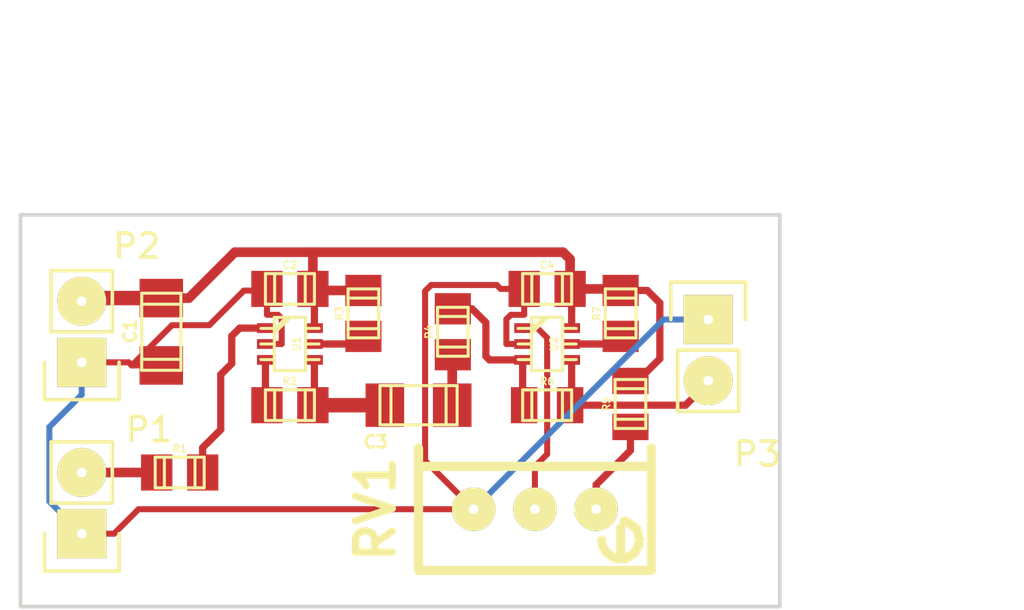
<source format=kicad_pcb>
(kicad_pcb (version 20171130) (host pcbnew "(5.1.12)-1")

  (general
    (thickness 1.6)
    (drawings 6)
    (tracks 114)
    (zones 0)
    (modules 17)
    (nets 14)
  )

  (page A4)
  (layers
    (0 F.Cu signal)
    (31 B.Cu signal)
    (32 B.Adhes user hide)
    (33 F.Adhes user hide)
    (34 B.Paste user)
    (35 F.Paste user hide)
    (36 B.SilkS user)
    (37 F.SilkS user)
    (38 B.Mask user)
    (39 F.Mask user)
    (40 Dwgs.User user)
    (41 Cmts.User user)
    (42 Eco1.User user)
    (43 Eco2.User user)
    (44 Edge.Cuts user)
    (45 Margin user)
    (46 B.CrtYd user)
    (47 F.CrtYd user)
    (48 B.Fab user)
    (49 F.Fab user)
  )

  (setup
    (last_trace_width 0.25)
    (user_trace_width 0.3)
    (user_trace_width 0.4)
    (user_trace_width 0.6)
    (user_trace_width 0.8)
    (user_trace_width 1)
    (trace_clearance 0.2)
    (zone_clearance 0.35)
    (zone_45_only yes)
    (trace_min 0.2)
    (via_size 0.6)
    (via_drill 0.4)
    (via_min_size 0.4)
    (via_min_drill 0.3)
    (user_via 0.8 0.3)
    (user_via 1 0.3)
    (user_via 1.2 0.3)
    (uvia_size 0.3)
    (uvia_drill 0.1)
    (uvias_allowed no)
    (uvia_min_size 0.2)
    (uvia_min_drill 0.1)
    (edge_width 0.15)
    (segment_width 0.2)
    (pcb_text_width 0.3)
    (pcb_text_size 1.5 1.5)
    (mod_edge_width 0.15)
    (mod_text_size 1 1)
    (mod_text_width 0.15)
    (pad_size 1.1 1.4986)
    (pad_drill 0)
    (pad_to_mask_clearance 0.2)
    (aux_axis_origin 0 0)
    (visible_elements 7FFFFFFF)
    (pcbplotparams
      (layerselection 0x00000_00000001)
      (usegerberextensions false)
      (usegerberattributes true)
      (usegerberadvancedattributes true)
      (creategerberjobfile true)
      (excludeedgelayer false)
      (linewidth 0.100000)
      (plotframeref false)
      (viasonmask false)
      (mode 1)
      (useauxorigin false)
      (hpglpennumber 1)
      (hpglpenspeed 20)
      (hpglpendiameter 15.000000)
      (psnegative false)
      (psa4output false)
      (plotreference false)
      (plotvalue false)
      (plotinvisibletext false)
      (padsonsilk false)
      (subtractmaskfromsilk false)
      (outputformat 2)
      (mirror false)
      (drillshape 2)
      (scaleselection 1)
      (outputdirectory ""))
  )

  (net 0 "")
  (net 1 +5V)
  (net 2 GND)
  (net 3 "Net-(C3-Pad1)")
  (net 4 "Net-(C3-Pad2)")
  (net 5 "Net-(P1-Pad2)")
  (net 6 "Net-(P3-Pad2)")
  (net 7 "Net-(R1-Pad1)")
  (net 8 "Net-(R2-Pad2)")
  (net 9 "Net-(R3-Pad2)")
  (net 10 "Net-(R4-Pad1)")
  (net 11 "Net-(R5-Pad2)")
  (net 12 "Net-(R7-Pad2)")
  (net 13 "Net-(RV1-Pad2)")

  (net_class Default "This is the default net class."
    (clearance 0.2)
    (trace_width 0.25)
    (via_dia 0.6)
    (via_drill 0.4)
    (uvia_dia 0.3)
    (uvia_drill 0.1)
    (add_net +5V)
    (add_net GND)
    (add_net "Net-(C3-Pad1)")
    (add_net "Net-(C3-Pad2)")
    (add_net "Net-(P1-Pad2)")
    (add_net "Net-(P3-Pad2)")
    (add_net "Net-(R1-Pad1)")
    (add_net "Net-(R2-Pad2)")
    (add_net "Net-(R3-Pad2)")
    (add_net "Net-(R4-Pad1)")
    (add_net "Net-(R5-Pad2)")
    (add_net "Net-(R7-Pad2)")
    (add_net "Net-(RV1-Pad2)")
  )

  (module w_smd_cap:c_1206 (layer F.Cu) (tedit 490473F0) (tstamp 572F5D0C)
    (at 127.762 79.0194 90)
    (descr "SMT capacitor, 1206")
    (path /572F494B)
    (fp_text reference C1 (at 0.0254 -1.2954 90) (layer F.SilkS)
      (effects (font (size 0.50038 0.50038) (thickness 0.11938)))
    )
    (fp_text value 1u (at 0 1.27 90) (layer F.SilkS) hide
      (effects (font (size 0.50038 0.50038) (thickness 0.11938)))
    )
    (fp_line (start 1.6002 -0.8128) (end -1.6002 -0.8128) (layer F.SilkS) (width 0.127))
    (fp_line (start 1.6002 0.8128) (end 1.6002 -0.8128) (layer F.SilkS) (width 0.127))
    (fp_line (start -1.6002 0.8128) (end 1.6002 0.8128) (layer F.SilkS) (width 0.127))
    (fp_line (start -1.6002 -0.8128) (end -1.6002 0.8128) (layer F.SilkS) (width 0.127))
    (fp_line (start -1.143 -0.8128) (end -1.143 0.8128) (layer F.SilkS) (width 0.127))
    (fp_line (start 1.143 0.8128) (end 1.143 -0.8128) (layer F.SilkS) (width 0.127))
    (pad 1 smd rect (at 1.397 0 90) (size 1.6002 1.8034) (layers F.Cu F.Paste F.Mask)
      (net 1 +5V))
    (pad 2 smd rect (at -1.397 0 90) (size 1.6002 1.8034) (layers F.Cu F.Paste F.Mask)
      (net 2 GND))
    (model walter\smd_cap\c_1206.wrl
      (at (xyz 0 0 0))
      (scale (xyz 1 1 1))
      (rotate (xyz 0 0 0))
    )
  )

  (module w_smd_cap:c_0805 (layer F.Cu) (tedit 49047394) (tstamp 572F5D12)
    (at 133.096 77.2414)
    (descr "SMT capacitor, 0805")
    (path /572F4C5E)
    (fp_text reference C2 (at 0 -0.9906) (layer F.SilkS)
      (effects (font (size 0.29972 0.29972) (thickness 0.06096)))
    )
    (fp_text value 100n (at 0 0.9906) (layer F.SilkS) hide
      (effects (font (size 0.29972 0.29972) (thickness 0.06096)))
    )
    (fp_line (start -1.016 0.635) (end -1.016 -0.635) (layer F.SilkS) (width 0.127))
    (fp_line (start 1.016 0.635) (end -1.016 0.635) (layer F.SilkS) (width 0.127))
    (fp_line (start 1.016 -0.635) (end 1.016 0.635) (layer F.SilkS) (width 0.127))
    (fp_line (start -1.016 -0.635) (end 1.016 -0.635) (layer F.SilkS) (width 0.127))
    (fp_line (start -0.635 -0.635) (end -0.635 0.6096) (layer F.SilkS) (width 0.127))
    (fp_line (start 0.635 -0.635) (end 0.635 0.635) (layer F.SilkS) (width 0.127))
    (pad 1 smd rect (at 0.9525 0) (size 1.30048 1.4986) (layers F.Cu F.Paste F.Mask)
      (net 1 +5V))
    (pad 2 smd rect (at -0.9525 0) (size 1.30048 1.4986) (layers F.Cu F.Paste F.Mask)
      (net 2 GND))
    (model walter\smd_cap\c_0805.wrl
      (at (xyz 0 0 0))
      (scale (xyz 1 1 1))
      (rotate (xyz 0 0 0))
    )
  )

  (module w_smd_cap:c_1206 (layer F.Cu) (tedit 572F6447) (tstamp 572F5D18)
    (at 138.43 82.0674 180)
    (descr "SMT capacitor, 1206")
    (path /572F4EB2)
    (fp_text reference C3 (at 1.778 -1.524 180) (layer F.SilkS)
      (effects (font (size 0.50038 0.50038) (thickness 0.11938)))
    )
    (fp_text value >1u (at 0 1.27 180) (layer F.SilkS) hide
      (effects (font (size 0.50038 0.50038) (thickness 0.11938)))
    )
    (fp_line (start 1.6002 -0.8128) (end -1.6002 -0.8128) (layer F.SilkS) (width 0.127))
    (fp_line (start 1.6002 0.8128) (end 1.6002 -0.8128) (layer F.SilkS) (width 0.127))
    (fp_line (start -1.6002 0.8128) (end 1.6002 0.8128) (layer F.SilkS) (width 0.127))
    (fp_line (start -1.6002 -0.8128) (end -1.6002 0.8128) (layer F.SilkS) (width 0.127))
    (fp_line (start -1.143 -0.8128) (end -1.143 0.8128) (layer F.SilkS) (width 0.127))
    (fp_line (start 1.143 0.8128) (end 1.143 -0.8128) (layer F.SilkS) (width 0.127))
    (pad 1 smd rect (at 1.397 0 180) (size 1.6002 1.8034) (layers F.Cu F.Paste F.Mask)
      (net 3 "Net-(C3-Pad1)"))
    (pad 2 smd rect (at -1.397 0 180) (size 1.6002 1.8034) (layers F.Cu F.Paste F.Mask)
      (net 4 "Net-(C3-Pad2)"))
    (model walter\smd_cap\c_1206.wrl
      (at (xyz 0 0 0))
      (scale (xyz 1 1 1))
      (rotate (xyz 0 0 0))
    )
  )

  (module w_smd_cap:c_0805 (layer F.Cu) (tedit 49047394) (tstamp 572F5D1E)
    (at 143.764 77.2414)
    (descr "SMT capacitor, 0805")
    (path /572F56A6)
    (fp_text reference C4 (at 0 -0.9906) (layer F.SilkS)
      (effects (font (size 0.29972 0.29972) (thickness 0.06096)))
    )
    (fp_text value 100n (at 0 0.9906) (layer F.SilkS) hide
      (effects (font (size 0.29972 0.29972) (thickness 0.06096)))
    )
    (fp_line (start -1.016 0.635) (end -1.016 -0.635) (layer F.SilkS) (width 0.127))
    (fp_line (start 1.016 0.635) (end -1.016 0.635) (layer F.SilkS) (width 0.127))
    (fp_line (start 1.016 -0.635) (end 1.016 0.635) (layer F.SilkS) (width 0.127))
    (fp_line (start -1.016 -0.635) (end 1.016 -0.635) (layer F.SilkS) (width 0.127))
    (fp_line (start -0.635 -0.635) (end -0.635 0.6096) (layer F.SilkS) (width 0.127))
    (fp_line (start 0.635 -0.635) (end 0.635 0.635) (layer F.SilkS) (width 0.127))
    (pad 1 smd rect (at 0.9525 0) (size 1.30048 1.4986) (layers F.Cu F.Paste F.Mask)
      (net 1 +5V))
    (pad 2 smd rect (at -0.9525 0) (size 1.30048 1.4986) (layers F.Cu F.Paste F.Mask)
      (net 2 GND))
    (model walter\smd_cap\c_0805.wrl
      (at (xyz 0 0 0))
      (scale (xyz 1 1 1))
      (rotate (xyz 0 0 0))
    )
  )

  (module Pin_Headers:Pin_Header_Straight_1x02 (layer F.Cu) (tedit 572F6127) (tstamp 572F5D24)
    (at 124.46 87.4014 180)
    (descr "Through hole pin header")
    (tags "pin header")
    (path /572F4AA6)
    (fp_text reference P1 (at -2.794 4.318 180) (layer F.SilkS)
      (effects (font (size 1 1) (thickness 0.15)))
    )
    (fp_text value SIG_IN (at 2.54 1.27 270) (layer F.Fab)
      (effects (font (size 1 1) (thickness 0.15)))
    )
    (fp_line (start -1.27 3.81) (end 1.27 3.81) (layer F.SilkS) (width 0.15))
    (fp_line (start -1.27 1.27) (end -1.27 3.81) (layer F.SilkS) (width 0.15))
    (fp_line (start -1.55 -1.55) (end 1.55 -1.55) (layer F.SilkS) (width 0.15))
    (fp_line (start -1.55 0) (end -1.55 -1.55) (layer F.SilkS) (width 0.15))
    (fp_line (start 1.27 1.27) (end -1.27 1.27) (layer F.SilkS) (width 0.15))
    (fp_line (start -1.75 4.3) (end 1.75 4.3) (layer F.CrtYd) (width 0.05))
    (fp_line (start -1.75 -1.75) (end 1.75 -1.75) (layer F.CrtYd) (width 0.05))
    (fp_line (start 1.75 -1.75) (end 1.75 4.3) (layer F.CrtYd) (width 0.05))
    (fp_line (start -1.75 -1.75) (end -1.75 4.3) (layer F.CrtYd) (width 0.05))
    (fp_line (start 1.55 -1.55) (end 1.55 0) (layer F.SilkS) (width 0.15))
    (fp_line (start 1.27 1.27) (end 1.27 3.81) (layer F.SilkS) (width 0.15))
    (pad 1 thru_hole rect (at 0 0 180) (size 2.032 2.032) (drill 0.4) (layers *.Cu *.Mask F.SilkS)
      (net 2 GND))
    (pad 2 thru_hole oval (at 0 2.54 180) (size 2.032 2.032) (drill 0.4) (layers *.Cu *.Mask F.SilkS)
      (net 5 "Net-(P1-Pad2)"))
    (model Pin_Headers.3dshapes/Pin_Header_Straight_1x02.wrl
      (offset (xyz 0 -1.269999980926514 0))
      (scale (xyz 1 1 1))
      (rotate (xyz 0 0 90))
    )
  )

  (module Pin_Headers:Pin_Header_Straight_1x02 (layer F.Cu) (tedit 572F6433) (tstamp 572F5D2A)
    (at 124.46 80.2894 180)
    (descr "Through hole pin header")
    (tags "pin header")
    (path /572F481A)
    (fp_text reference P2 (at -2.286 4.826 180) (layer F.SilkS)
      (effects (font (size 1 1) (thickness 0.15)))
    )
    (fp_text value POWER (at 2.54 1.27 270) (layer F.Fab)
      (effects (font (size 1 1) (thickness 0.15)))
    )
    (fp_line (start -1.27 3.81) (end 1.27 3.81) (layer F.SilkS) (width 0.15))
    (fp_line (start -1.27 1.27) (end -1.27 3.81) (layer F.SilkS) (width 0.15))
    (fp_line (start -1.55 -1.55) (end 1.55 -1.55) (layer F.SilkS) (width 0.15))
    (fp_line (start -1.55 0) (end -1.55 -1.55) (layer F.SilkS) (width 0.15))
    (fp_line (start 1.27 1.27) (end -1.27 1.27) (layer F.SilkS) (width 0.15))
    (fp_line (start -1.75 4.3) (end 1.75 4.3) (layer F.CrtYd) (width 0.05))
    (fp_line (start -1.75 -1.75) (end 1.75 -1.75) (layer F.CrtYd) (width 0.05))
    (fp_line (start 1.75 -1.75) (end 1.75 4.3) (layer F.CrtYd) (width 0.05))
    (fp_line (start -1.75 -1.75) (end -1.75 4.3) (layer F.CrtYd) (width 0.05))
    (fp_line (start 1.55 -1.55) (end 1.55 0) (layer F.SilkS) (width 0.15))
    (fp_line (start 1.27 1.27) (end 1.27 3.81) (layer F.SilkS) (width 0.15))
    (pad 1 thru_hole rect (at 0 0 180) (size 2.032 2.032) (drill 0.4) (layers *.Cu *.Mask F.SilkS)
      (net 2 GND))
    (pad 2 thru_hole oval (at 0 2.54 180) (size 2.032 2.032) (drill 0.4) (layers *.Cu *.Mask F.SilkS)
      (net 1 +5V))
    (model Pin_Headers.3dshapes/Pin_Header_Straight_1x02.wrl
      (offset (xyz 0 -1.269999980926514 0))
      (scale (xyz 1 1 1))
      (rotate (xyz 0 0 90))
    )
  )

  (module Pin_Headers:Pin_Header_Straight_1x02 (layer F.Cu) (tedit 572F6437) (tstamp 572F5D30)
    (at 150.444 78.5114)
    (descr "Through hole pin header")
    (tags "pin header")
    (path /572F52E4)
    (fp_text reference P3 (at 2.032 5.588) (layer F.SilkS)
      (effects (font (size 1 1) (thickness 0.15)))
    )
    (fp_text value SIG_OUT (at 3.048 1.524 90) (layer F.Fab)
      (effects (font (size 1 1) (thickness 0.15)))
    )
    (fp_line (start -1.27 3.81) (end 1.27 3.81) (layer F.SilkS) (width 0.15))
    (fp_line (start -1.27 1.27) (end -1.27 3.81) (layer F.SilkS) (width 0.15))
    (fp_line (start -1.55 -1.55) (end 1.55 -1.55) (layer F.SilkS) (width 0.15))
    (fp_line (start -1.55 0) (end -1.55 -1.55) (layer F.SilkS) (width 0.15))
    (fp_line (start 1.27 1.27) (end -1.27 1.27) (layer F.SilkS) (width 0.15))
    (fp_line (start -1.75 4.3) (end 1.75 4.3) (layer F.CrtYd) (width 0.05))
    (fp_line (start -1.75 -1.75) (end 1.75 -1.75) (layer F.CrtYd) (width 0.05))
    (fp_line (start 1.75 -1.75) (end 1.75 4.3) (layer F.CrtYd) (width 0.05))
    (fp_line (start -1.75 -1.75) (end -1.75 4.3) (layer F.CrtYd) (width 0.05))
    (fp_line (start 1.55 -1.55) (end 1.55 0) (layer F.SilkS) (width 0.15))
    (fp_line (start 1.27 1.27) (end 1.27 3.81) (layer F.SilkS) (width 0.15))
    (pad 1 thru_hole rect (at 0 0) (size 2.032 2.032) (drill 0.4) (layers *.Cu *.Mask F.SilkS)
      (net 2 GND))
    (pad 2 thru_hole oval (at 0 2.54) (size 2.032 2.032) (drill 0.4) (layers *.Cu *.Mask F.SilkS)
      (net 6 "Net-(P3-Pad2)"))
    (model Pin_Headers.3dshapes/Pin_Header_Straight_1x02.wrl
      (offset (xyz 0 -1.269999980926514 0))
      (scale (xyz 1 1 1))
      (rotate (xyz 0 0 90))
    )
  )

  (module w_smd_resistors:r_0805 (layer F.Cu) (tedit 49047384) (tstamp 572F5D36)
    (at 128.524 84.8614)
    (descr "SMT resistor, 0805")
    (path /572F4589)
    (fp_text reference R1 (at 0 -0.9906) (layer F.SilkS)
      (effects (font (size 0.29972 0.29972) (thickness 0.06096)))
    )
    (fp_text value 10k (at 0 0.9906) (layer F.SilkS) hide
      (effects (font (size 0.29972 0.29972) (thickness 0.06096)))
    )
    (fp_line (start -1.016 0.635) (end -1.016 -0.635) (layer F.SilkS) (width 0.127))
    (fp_line (start 1.016 0.635) (end -1.016 0.635) (layer F.SilkS) (width 0.127))
    (fp_line (start 1.016 -0.635) (end 1.016 0.635) (layer F.SilkS) (width 0.127))
    (fp_line (start -1.016 -0.635) (end 1.016 -0.635) (layer F.SilkS) (width 0.127))
    (fp_line (start -0.635 -0.635) (end -0.635 0.6096) (layer F.SilkS) (width 0.127))
    (fp_line (start 0.635 -0.635) (end 0.635 0.635) (layer F.SilkS) (width 0.127))
    (pad 1 smd rect (at 0.9525 0) (size 1.30048 1.4986) (layers F.Cu F.Paste F.Mask)
      (net 7 "Net-(R1-Pad1)"))
    (pad 2 smd rect (at -0.9525 0) (size 1.30048 1.4986) (layers F.Cu F.Paste F.Mask)
      (net 5 "Net-(P1-Pad2)"))
    (model walter/smd_resistors/r_0805.wrl
      (at (xyz 0 0 0))
      (scale (xyz 1 1 1))
      (rotate (xyz 0 0 0))
    )
  )

  (module w_smd_resistors:r_0805 (layer F.Cu) (tedit 49047384) (tstamp 572F5D3C)
    (at 133.096 82.0674)
    (descr "SMT resistor, 0805")
    (path /572F45B6)
    (fp_text reference R2 (at 0 -0.9906) (layer F.SilkS)
      (effects (font (size 0.29972 0.29972) (thickness 0.06096)))
    )
    (fp_text value 10k (at 0 0.9906) (layer F.SilkS) hide
      (effects (font (size 0.29972 0.29972) (thickness 0.06096)))
    )
    (fp_line (start -1.016 0.635) (end -1.016 -0.635) (layer F.SilkS) (width 0.127))
    (fp_line (start 1.016 0.635) (end -1.016 0.635) (layer F.SilkS) (width 0.127))
    (fp_line (start 1.016 -0.635) (end 1.016 0.635) (layer F.SilkS) (width 0.127))
    (fp_line (start -1.016 -0.635) (end 1.016 -0.635) (layer F.SilkS) (width 0.127))
    (fp_line (start -0.635 -0.635) (end -0.635 0.6096) (layer F.SilkS) (width 0.127))
    (fp_line (start 0.635 -0.635) (end 0.635 0.635) (layer F.SilkS) (width 0.127))
    (pad 1 smd rect (at 0.9525 0) (size 1.30048 1.4986) (layers F.Cu F.Paste F.Mask)
      (net 3 "Net-(C3-Pad1)"))
    (pad 2 smd rect (at -0.9525 0) (size 1.30048 1.4986) (layers F.Cu F.Paste F.Mask)
      (net 8 "Net-(R2-Pad2)"))
    (model walter/smd_resistors/r_0805.wrl
      (at (xyz 0 0 0))
      (scale (xyz 1 1 1))
      (rotate (xyz 0 0 0))
    )
  )

  (module w_smd_resistors:r_0805 (layer F.Cu) (tedit 49047384) (tstamp 572F5D42)
    (at 136.144 78.2574 90)
    (descr "SMT resistor, 0805")
    (path /572F44C4)
    (fp_text reference R3 (at 0 -0.9906 90) (layer F.SilkS)
      (effects (font (size 0.29972 0.29972) (thickness 0.06096)))
    )
    (fp_text value 0 (at 0 0.9906 90) (layer F.SilkS) hide
      (effects (font (size 0.29972 0.29972) (thickness 0.06096)))
    )
    (fp_line (start -1.016 0.635) (end -1.016 -0.635) (layer F.SilkS) (width 0.127))
    (fp_line (start 1.016 0.635) (end -1.016 0.635) (layer F.SilkS) (width 0.127))
    (fp_line (start 1.016 -0.635) (end 1.016 0.635) (layer F.SilkS) (width 0.127))
    (fp_line (start -1.016 -0.635) (end 1.016 -0.635) (layer F.SilkS) (width 0.127))
    (fp_line (start -0.635 -0.635) (end -0.635 0.6096) (layer F.SilkS) (width 0.127))
    (fp_line (start 0.635 -0.635) (end 0.635 0.635) (layer F.SilkS) (width 0.127))
    (pad 1 smd rect (at 0.9525 0 90) (size 1.30048 1.4986) (layers F.Cu F.Paste F.Mask)
      (net 1 +5V))
    (pad 2 smd rect (at -0.9525 0 90) (size 1.30048 1.4986) (layers F.Cu F.Paste F.Mask)
      (net 9 "Net-(R3-Pad2)"))
    (model walter/smd_resistors/r_0805.wrl
      (at (xyz 0 0 0))
      (scale (xyz 1 1 1))
      (rotate (xyz 0 0 0))
    )
  )

  (module w_smd_resistors:r_0805 (layer F.Cu) (tedit 49047384) (tstamp 572F5D48)
    (at 139.852 79.0194 90)
    (descr "SMT resistor, 0805")
    (path /572F5051)
    (fp_text reference R4 (at 0 -0.9906 90) (layer F.SilkS)
      (effects (font (size 0.29972 0.29972) (thickness 0.06096)))
    )
    (fp_text value 1k (at 0 0.9906 90) (layer F.SilkS) hide
      (effects (font (size 0.29972 0.29972) (thickness 0.06096)))
    )
    (fp_line (start -1.016 0.635) (end -1.016 -0.635) (layer F.SilkS) (width 0.127))
    (fp_line (start 1.016 0.635) (end -1.016 0.635) (layer F.SilkS) (width 0.127))
    (fp_line (start 1.016 -0.635) (end 1.016 0.635) (layer F.SilkS) (width 0.127))
    (fp_line (start -1.016 -0.635) (end 1.016 -0.635) (layer F.SilkS) (width 0.127))
    (fp_line (start -0.635 -0.635) (end -0.635 0.6096) (layer F.SilkS) (width 0.127))
    (fp_line (start 0.635 -0.635) (end 0.635 0.635) (layer F.SilkS) (width 0.127))
    (pad 1 smd rect (at 0.9525 0 90) (size 1.30048 1.4986) (layers F.Cu F.Paste F.Mask)
      (net 10 "Net-(R4-Pad1)"))
    (pad 2 smd rect (at -0.9525 0 90) (size 1.30048 1.4986) (layers F.Cu F.Paste F.Mask)
      (net 4 "Net-(C3-Pad2)"))
    (model walter/smd_resistors/r_0805.wrl
      (at (xyz 0 0 0))
      (scale (xyz 1 1 1))
      (rotate (xyz 0 0 0))
    )
  )

  (module w_smd_resistors:r_0805 (layer F.Cu) (tedit 572F68DE) (tstamp 572F5D4E)
    (at 147.218 82.0166 90)
    (descr "SMT resistor, 0805")
    (path /572F59AA)
    (fp_text reference R5 (at 0 -0.9906 90) (layer F.SilkS)
      (effects (font (size 0.29972 0.29972) (thickness 0.06096)))
    )
    (fp_text value 470 (at 0 0.9906 90) (layer F.SilkS) hide
      (effects (font (size 0.29972 0.29972) (thickness 0.06096)))
    )
    (fp_line (start -1.016 0.635) (end -1.016 -0.635) (layer F.SilkS) (width 0.127))
    (fp_line (start 1.016 0.635) (end -1.016 0.635) (layer F.SilkS) (width 0.127))
    (fp_line (start 1.016 -0.635) (end 1.016 0.635) (layer F.SilkS) (width 0.127))
    (fp_line (start -1.016 -0.635) (end 1.016 -0.635) (layer F.SilkS) (width 0.127))
    (fp_line (start -0.635 -0.635) (end -0.635 0.6096) (layer F.SilkS) (width 0.127))
    (fp_line (start 0.635 -0.635) (end 0.635 0.635) (layer F.SilkS) (width 0.127))
    (pad 1 smd rect (at 0.9525 0 90) (size 1.1 1.4986) (layers F.Cu F.Paste F.Mask)
      (net 1 +5V))
    (pad 2 smd rect (at -0.9525 0 90) (size 1.1 1.4986) (layers F.Cu F.Paste F.Mask)
      (net 11 "Net-(R5-Pad2)"))
    (model walter/smd_resistors/r_0805.wrl
      (at (xyz 0 0 0))
      (scale (xyz 1 1 1))
      (rotate (xyz 0 0 0))
    )
  )

  (module w_smd_resistors:r_0805 (layer F.Cu) (tedit 572F6947) (tstamp 572F5D54)
    (at 143.764 82.0674)
    (descr "SMT resistor, 0805")
    (path /572F51FB)
    (fp_text reference R6 (at 0 -0.9906) (layer F.SilkS)
      (effects (font (size 0.29972 0.29972) (thickness 0.06096)))
    )
    (fp_text value 10k (at 0 0.9906) (layer F.SilkS) hide
      (effects (font (size 0.29972 0.29972) (thickness 0.06096)))
    )
    (fp_line (start -1.016 0.635) (end -1.016 -0.635) (layer F.SilkS) (width 0.127))
    (fp_line (start 1.016 0.635) (end -1.016 0.635) (layer F.SilkS) (width 0.127))
    (fp_line (start 1.016 -0.635) (end 1.016 0.635) (layer F.SilkS) (width 0.127))
    (fp_line (start -1.016 -0.635) (end 1.016 -0.635) (layer F.SilkS) (width 0.127))
    (fp_line (start -0.635 -0.635) (end -0.635 0.6096) (layer F.SilkS) (width 0.127))
    (fp_line (start 0.635 -0.635) (end 0.635 0.635) (layer F.SilkS) (width 0.127))
    (pad 1 smd rect (at 0.9525 0) (size 1.1 1.4986) (layers F.Cu F.Paste F.Mask)
      (net 6 "Net-(P3-Pad2)"))
    (pad 2 smd rect (at -0.9525 0) (size 1.1 1.4986) (layers F.Cu F.Paste F.Mask)
      (net 10 "Net-(R4-Pad1)"))
    (model walter/smd_resistors/r_0805.wrl
      (at (xyz 0 0 0))
      (scale (xyz 1 1 1))
      (rotate (xyz 0 0 0))
    )
  )

  (module w_smd_resistors:r_0805 (layer F.Cu) (tedit 49047384) (tstamp 572F5D5A)
    (at 146.812 78.2574 90)
    (descr "SMT resistor, 0805")
    (path /572F54C2)
    (fp_text reference R7 (at 0 -0.9906 90) (layer F.SilkS)
      (effects (font (size 0.29972 0.29972) (thickness 0.06096)))
    )
    (fp_text value 0 (at 0 0.9906 90) (layer F.SilkS) hide
      (effects (font (size 0.29972 0.29972) (thickness 0.06096)))
    )
    (fp_line (start -1.016 0.635) (end -1.016 -0.635) (layer F.SilkS) (width 0.127))
    (fp_line (start 1.016 0.635) (end -1.016 0.635) (layer F.SilkS) (width 0.127))
    (fp_line (start 1.016 -0.635) (end 1.016 0.635) (layer F.SilkS) (width 0.127))
    (fp_line (start -1.016 -0.635) (end 1.016 -0.635) (layer F.SilkS) (width 0.127))
    (fp_line (start -0.635 -0.635) (end -0.635 0.6096) (layer F.SilkS) (width 0.127))
    (fp_line (start 0.635 -0.635) (end 0.635 0.635) (layer F.SilkS) (width 0.127))
    (pad 1 smd rect (at 0.9525 0 90) (size 1.30048 1.4986) (layers F.Cu F.Paste F.Mask)
      (net 1 +5V))
    (pad 2 smd rect (at -0.9525 0 90) (size 1.30048 1.4986) (layers F.Cu F.Paste F.Mask)
      (net 12 "Net-(R7-Pad2)"))
    (model walter/smd_resistors/r_0805.wrl
      (at (xyz 0 0 0))
      (scale (xyz 1 1 1))
      (rotate (xyz 0 0 0))
    )
  )

  (module Potentiometer_RevB_02Aug2010:Potentiometer_Bourns_3296W_3-8Zoll_Inline_ScrewUp (layer F.Cu) (tedit 572F6439) (tstamp 572F5D61)
    (at 143.256 86.3854 90)
    (descr "Potentiometer, Trimmer, Bourns 3296W, 3/8 Inch, Inline, Screw up,")
    (tags "Potentiometer, Trimmer, Bourns 3296W, 3/8 Inch, Inline, Screw up")
    (path /572F583C)
    (fp_text reference RV1 (at 0 -6.604 90) (layer F.SilkS)
      (effects (font (size 1.524 1.524) (thickness 0.3048)))
    )
    (fp_text value 1k (at 1.27 7.62 90) (layer F.SilkS) hide
      (effects (font (size 1.524 1.524) (thickness 0.3048)))
    )
    (fp_line (start 0 4.826) (end -1.27 4.826) (layer F.SilkS) (width 0.381))
    (fp_line (start 2.54 4.826) (end 0 4.826) (layer F.SilkS) (width 0.381))
    (fp_line (start -2.54 -4.826) (end 2.54 -4.826) (layer F.SilkS) (width 0.381))
    (fp_line (start -2.54 4.826) (end -2.54 -4.826) (layer F.SilkS) (width 0.381))
    (fp_line (start -1.27 4.826) (end -2.54 4.826) (layer F.SilkS) (width 0.381))
    (fp_line (start 1.778 -4.826) (end 1.778 4.826) (layer F.SilkS) (width 0.381))
    (fp_line (start -0.5715 3.8862) (end -0.4826 3.7084) (layer F.SilkS) (width 0.381))
    (fp_line (start -0.8255 4.2291) (end -0.5715 3.8862) (layer F.SilkS) (width 0.381))
    (fp_line (start -1.2319 4.3307) (end -0.8255 4.2291) (layer F.SilkS) (width 0.381))
    (fp_line (start -1.5494 4.2799) (end -1.2319 4.3307) (layer F.SilkS) (width 0.381))
    (fp_line (start -1.8415 4.1021) (end -1.5494 4.2799) (layer F.SilkS) (width 0.381))
    (fp_line (start -2.0447 3.7465) (end -1.8415 4.1021) (layer F.SilkS) (width 0.381))
    (fp_line (start -2.032 3.302) (end -2.0447 3.7465) (layer F.SilkS) (width 0.381))
    (fp_line (start -1.8161 2.9845) (end -2.032 3.302) (layer F.SilkS) (width 0.381))
    (fp_line (start -1.5367 2.8067) (end -1.8161 2.9845) (layer F.SilkS) (width 0.381))
    (fp_line (start -1.2827 2.7686) (end -1.5367 2.8067) (layer F.SilkS) (width 0.381))
    (fp_line (start -2.032 3.556) (end -0.762 3.556) (layer F.SilkS) (width 0.381))
    (pad 2 thru_hole circle (at 0 0 90) (size 1.8 1.8) (drill 0.4) (layers *.Cu *.Mask F.SilkS)
      (net 13 "Net-(RV1-Pad2)"))
    (pad 3 thru_hole circle (at 0 -2.54 90) (size 1.8 1.8) (drill 0.4) (layers *.Cu *.Mask F.SilkS)
      (net 2 GND))
    (pad 1 thru_hole circle (at 0 2.54 90) (size 1.8 1.8) (drill 0.4) (layers *.Cu *.Mask F.SilkS)
      (net 11 "Net-(R5-Pad2)"))
  )

  (module w_smd_trans:sc70-6 (layer F.Cu) (tedit 490474FF) (tstamp 572F5D6B)
    (at 133.096 79.5274 270)
    (descr SC70-6)
    (path /572F4386)
    (fp_text reference U1 (at 0 -0.2794 270) (layer F.SilkS)
      (effects (font (size 0.29972 0.29972) (thickness 0.06096)))
    )
    (fp_text value MAX9617 (at 0 0.3556 270) (layer F.SilkS) hide
      (effects (font (size 0.29972 0.29972) (thickness 0.06096)))
    )
    (fp_line (start -1.1049 0.6477) (end -1.1049 -0.6477) (layer F.SilkS) (width 0.127))
    (fp_line (start 1.1049 0.6477) (end -1.1049 0.6477) (layer F.SilkS) (width 0.127))
    (fp_line (start 1.1049 -0.6477) (end 1.1049 0.6477) (layer F.SilkS) (width 0.127))
    (fp_line (start -1.1049 -0.6477) (end 1.1049 -0.6477) (layer F.SilkS) (width 0.127))
    (fp_line (start -0.6477 0.6477) (end -0.6477 1.2065) (layer F.SilkS) (width 0.127))
    (fp_line (start 0.6477 0.6477) (end 0.6477 1.2065) (layer F.SilkS) (width 0.127))
    (fp_line (start 0 0.6477) (end 0 1.2065) (layer F.SilkS) (width 0.127))
    (fp_line (start -0.6477 -0.6477) (end -0.6477 -1.2065) (layer F.SilkS) (width 0.127))
    (fp_line (start 0.6477 -0.6477) (end 0.6477 -1.2065) (layer F.SilkS) (width 0.127))
    (fp_line (start -0.5969 0.6477) (end -1.1049 0.1524) (layer F.SilkS) (width 0.127))
    (fp_line (start -0.4445 0.6477) (end -1.1049 -0.0127) (layer F.SilkS) (width 0.127))
    (fp_line (start 0 -0.6477) (end 0 -1.2065) (layer F.SilkS) (width 0.127))
    (pad 1 smd rect (at -0.6604 1.016 270) (size 0.4064 0.7) (layers F.Cu F.Paste F.Mask)
      (net 7 "Net-(R1-Pad1)"))
    (pad 3 smd rect (at 0.6604 1.016 270) (size 0.4064 0.7) (layers F.Cu F.Paste F.Mask)
      (net 8 "Net-(R2-Pad2)"))
    (pad 2 smd rect (at 0 1.016 270) (size 0.4064 0.7) (layers F.Cu F.Paste F.Mask)
      (net 2 GND))
    (pad 4 smd rect (at 0.6604 -1.016 270) (size 0.4064 0.7) (layers F.Cu F.Paste F.Mask)
      (net 3 "Net-(C3-Pad1)"))
    (pad 6 smd rect (at -0.6604 -1.016 270) (size 0.4064 0.7) (layers F.Cu F.Paste F.Mask)
      (net 1 +5V))
    (pad 5 smd rect (at 0 -1.016 270) (size 0.4064 0.7) (layers F.Cu F.Paste F.Mask)
      (net 9 "Net-(R3-Pad2)"))
    (model walter/smd_trans/sc70-6.wrl
      (at (xyz 0 0 0))
      (scale (xyz 1 1 1))
      (rotate (xyz 0 0 0))
    )
  )

  (module w_smd_trans:sc70-6 (layer F.Cu) (tedit 572F6055) (tstamp 572F5D75)
    (at 143.764 79.5274 270)
    (descr SC70-6)
    (path /572F4FD3)
    (fp_text reference U2 (at 0 -0.2794 270) (layer F.SilkS)
      (effects (font (size 0.29972 0.29972) (thickness 0.06096)))
    )
    (fp_text value MAX9617 (at 0 0.3556 270) (layer F.SilkS) hide
      (effects (font (size 0.29972 0.29972) (thickness 0.06096)))
    )
    (fp_line (start -1.1049 0.6477) (end -1.1049 -0.6477) (layer F.SilkS) (width 0.127))
    (fp_line (start 1.1049 0.6477) (end -1.1049 0.6477) (layer F.SilkS) (width 0.127))
    (fp_line (start 1.1049 -0.6477) (end 1.1049 0.6477) (layer F.SilkS) (width 0.127))
    (fp_line (start -1.1049 -0.6477) (end 1.1049 -0.6477) (layer F.SilkS) (width 0.127))
    (fp_line (start -0.6477 0.6477) (end -0.6477 1.2065) (layer F.SilkS) (width 0.127))
    (fp_line (start 0.6477 0.6477) (end 0.6477 1.2065) (layer F.SilkS) (width 0.127))
    (fp_line (start 0 0.6477) (end 0 1.2065) (layer F.SilkS) (width 0.127))
    (fp_line (start -0.6477 -0.6477) (end -0.6477 -1.2065) (layer F.SilkS) (width 0.127))
    (fp_line (start 0.6477 -0.6477) (end 0.6477 -1.2065) (layer F.SilkS) (width 0.127))
    (fp_line (start -0.5969 0.6477) (end -1.1049 0.1524) (layer F.SilkS) (width 0.127))
    (fp_line (start -0.4445 0.6477) (end -1.1049 -0.0127) (layer F.SilkS) (width 0.127))
    (fp_line (start 0 -0.6477) (end 0 -1.2065) (layer F.SilkS) (width 0.127))
    (pad 1 smd rect (at -0.6604 1.016 270) (size 0.4064 0.7) (layers F.Cu F.Paste F.Mask)
      (net 13 "Net-(RV1-Pad2)"))
    (pad 3 smd rect (at 0.6604 1.016 270) (size 0.4064 0.7) (layers F.Cu F.Paste F.Mask)
      (net 10 "Net-(R4-Pad1)"))
    (pad 2 smd rect (at 0 1.016 270) (size 0.4064 0.7) (layers F.Cu F.Paste F.Mask)
      (net 2 GND))
    (pad 4 smd rect (at 0.6604 -1.016 270) (size 0.4064 0.7) (layers F.Cu F.Paste F.Mask)
      (net 6 "Net-(P3-Pad2)"))
    (pad 6 smd rect (at -0.6604 -1.016 270) (size 0.4064 0.7) (layers F.Cu F.Paste F.Mask)
      (net 1 +5V))
    (pad 5 smd rect (at 0 -1.016 270) (size 0.4064 0.7) (layers F.Cu F.Paste F.Mask)
      (net 12 "Net-(R7-Pad2)"))
    (model walter/smd_trans/sc70-6.wrl
      (at (xyz 0 0 0))
      (scale (xyz 1 1 1))
      (rotate (xyz 0 0 0))
    )
  )

  (dimension 16.256 (width 0.3) (layer Cmts.User)
    (gr_text "16,256 mm" (at 160.862 82.296 270) (layer Cmts.User)
      (effects (font (size 1.5 1.5) (thickness 0.3)))
    )
    (feature1 (pts (xy 153.416 90.424) (xy 162.212 90.424)))
    (feature2 (pts (xy 153.416 74.168) (xy 162.212 74.168)))
    (crossbar (pts (xy 159.512 74.168) (xy 159.512 90.424)))
    (arrow1a (pts (xy 159.512 90.424) (xy 158.925579 89.297496)))
    (arrow1b (pts (xy 159.512 90.424) (xy 160.098421 89.297496)))
    (arrow2a (pts (xy 159.512 74.168) (xy 158.925579 75.294504)))
    (arrow2b (pts (xy 159.512 74.168) (xy 160.098421 75.294504)))
  )
  (dimension 31.496 (width 0.3) (layer Cmts.User)
    (gr_text "31,496 mm" (at 137.668 67.103) (layer Cmts.User)
      (effects (font (size 1.5 1.5) (thickness 0.3)))
    )
    (feature1 (pts (xy 153.416 74.168) (xy 153.416 65.753)))
    (feature2 (pts (xy 121.92 74.168) (xy 121.92 65.753)))
    (crossbar (pts (xy 121.92 68.453) (xy 153.416 68.453)))
    (arrow1a (pts (xy 153.416 68.453) (xy 152.289496 69.039421)))
    (arrow1b (pts (xy 153.416 68.453) (xy 152.289496 67.866579)))
    (arrow2a (pts (xy 121.92 68.453) (xy 123.046504 69.039421)))
    (arrow2b (pts (xy 121.92 68.453) (xy 123.046504 67.866579)))
  )
  (gr_line (start 153.416 74.168) (end 121.92 74.168) (angle 90) (layer Edge.Cuts) (width 0.15))
  (gr_line (start 153.416 90.424) (end 153.416 74.168) (angle 90) (layer Edge.Cuts) (width 0.15))
  (gr_line (start 121.92 90.424) (end 153.416 90.424) (angle 90) (layer Edge.Cuts) (width 0.15))
  (gr_line (start 121.92 74.168) (end 121.92 90.424) (angle 90) (layer Edge.Cuts) (width 0.15))

  (segment (start 134.048 76.4984) (end 134.0485 76.4989) (width 0.25) (layer F.Cu) (net 1))
  (segment (start 134.0485 76.4989) (end 134.0485 77.2414) (width 0.25) (layer F.Cu) (net 1))
  (segment (start 134.048 76.4984) (end 134.048 77.2414) (width 0.4) (layer F.Cu) (net 1))
  (segment (start 134.01 75.7174) (end 134.048 75.7555) (width 0.4) (layer F.Cu) (net 1))
  (segment (start 134.048 75.7555) (end 134.048 76.4984) (width 0.4) (layer F.Cu) (net 1))
  (segment (start 144.7165 77.2414) (end 146.748 77.2414) (width 0.4) (layer F.Cu) (net 1))
  (segment (start 146.748 77.2414) (end 146.812 77.3049) (width 0.4) (layer F.Cu) (net 1))
  (segment (start 144.716 77.2414) (end 144.7165 77.2414) (width 0.4) (layer F.Cu) (net 1))
  (segment (start 134.112 77.3049) (end 134.048 77.2414) (width 0.3) (layer F.Cu) (net 1))
  (segment (start 134.112 78.867) (end 134.112 77.3049) (width 0.3) (layer F.Cu) (net 1))
  (segment (start 127.762 77.6224) (end 124.587 77.6224) (width 0.6) (layer F.Cu) (net 1))
  (segment (start 124.587 77.6224) (end 124.46 77.7494) (width 0.6) (layer F.Cu) (net 1))
  (segment (start 134.112 77.3049) (end 134.048 77.2414) (width 0.3) (layer F.Cu) (net 1))
  (segment (start 136.144 77.3049) (end 134.112 77.3049) (width 0.4) (layer F.Cu) (net 1))
  (segment (start 144.78 78.867) (end 144.78 77.3049) (width 0.3) (layer F.Cu) (net 1))
  (segment (start 144.78 77.3049) (end 144.716 77.2414) (width 0.3) (layer F.Cu) (net 1))
  (segment (start 127.762 77.6224) (end 128.905 77.6224) (width 0.4) (layer F.Cu) (net 1))
  (segment (start 128.905 77.6224) (end 130.81 75.7174) (width 0.4) (layer F.Cu) (net 1))
  (segment (start 130.81 75.7174) (end 134.01 75.7174) (width 0.4) (layer F.Cu) (net 1))
  (segment (start 134.01 75.7174) (end 144.424 75.7174) (width 0.4) (layer F.Cu) (net 1))
  (segment (start 144.424 75.7174) (end 144.716 76.0095) (width 0.4) (layer F.Cu) (net 1))
  (segment (start 144.716 76.0095) (end 144.716 77.2414) (width 0.4) (layer F.Cu) (net 1))
  (segment (start 147.218 81.0641) (end 147.51 81.0641) (width 0.3) (layer F.Cu) (net 1))
  (segment (start 147.51 81.0641) (end 148.438 80.137) (width 0.3) (layer F.Cu) (net 1))
  (segment (start 148.438 80.137) (end 148.438 77.8256) (width 0.3) (layer F.Cu) (net 1))
  (segment (start 148.438 77.8256) (end 147.917 77.3049) (width 0.3) (layer F.Cu) (net 1))
  (segment (start 147.917 77.3049) (end 146.812 77.3049) (width 0.3) (layer F.Cu) (net 1))
  (segment (start 132.1435 77.3121) (end 131.1864 77.3121) (width 0.25) (layer F.Cu) (net 2))
  (segment (start 131.1864 77.3121) (end 129.7508 78.7477) (width 0.25) (layer F.Cu) (net 2))
  (segment (start 129.7508 78.7477) (end 128.2039 78.7477) (width 0.25) (layer F.Cu) (net 2))
  (segment (start 128.2039 78.7477) (end 126.5352 80.4164) (width 0.25) (layer F.Cu) (net 2))
  (segment (start 132.1435 77.3121) (end 132.1435 78.3158) (width 0.25) (layer F.Cu) (net 2))
  (segment (start 132.1435 77.2414) (end 132.1435 77.3121) (width 0.25) (layer F.Cu) (net 2))
  (segment (start 142.8115 77.2414) (end 141.8362 77.2414) (width 0.25) (layer F.Cu) (net 2))
  (segment (start 141.8362 77.2414) (end 141.6746 77.0798) (width 0.25) (layer F.Cu) (net 2))
  (segment (start 141.6746 77.0798) (end 138.9518 77.0798) (width 0.25) (layer F.Cu) (net 2))
  (segment (start 138.9518 77.0798) (end 138.7017 77.3299) (width 0.25) (layer F.Cu) (net 2))
  (segment (start 138.7017 77.3299) (end 138.7017 84.3711) (width 0.25) (layer F.Cu) (net 2))
  (segment (start 138.7017 84.3711) (end 140.716 86.3854) (width 0.25) (layer F.Cu) (net 2))
  (segment (start 142.8115 77.279) (end 142.8115 77.2414) (width 0.25) (layer F.Cu) (net 2))
  (segment (start 142.8115 77.279) (end 142.8115 78.3158) (width 0.25) (layer F.Cu) (net 2))
  (segment (start 124.46 80.2894) (end 124.46 81.6305) (width 0.25) (layer B.Cu) (net 2))
  (segment (start 124.46 87.4014) (end 123.1189 86.0603) (width 0.25) (layer B.Cu) (net 2))
  (segment (start 123.1189 86.0603) (end 123.1189 82.9716) (width 0.25) (layer B.Cu) (net 2))
  (segment (start 123.1189 82.9716) (end 124.46 81.6305) (width 0.25) (layer B.Cu) (net 2))
  (segment (start 127.762 80.4164) (end 126.5352 80.4164) (width 0.25) (layer F.Cu) (net 2))
  (segment (start 124.46 80.2894) (end 126.4082 80.2894) (width 0.25) (layer F.Cu) (net 2))
  (segment (start 126.4082 80.2894) (end 126.5352 80.4164) (width 0.25) (layer F.Cu) (net 2))
  (segment (start 150.444 78.5114) (end 148.59 78.5114) (width 0.25) (layer B.Cu) (net 2))
  (segment (start 148.59 78.5114) (end 140.716 86.3854) (width 0.25) (layer B.Cu) (net 2))
  (segment (start 124.46 87.4014) (end 125.8011 87.4014) (width 0.25) (layer F.Cu) (net 2))
  (segment (start 140.716 86.3854) (end 126.8171 86.3854) (width 0.25) (layer F.Cu) (net 2))
  (segment (start 126.8171 86.3854) (end 125.8011 87.4014) (width 0.25) (layer F.Cu) (net 2))
  (segment (start 132.08 79.5274) (end 132.7551 79.5274) (width 0.25) (layer F.Cu) (net 2))
  (segment (start 132.7551 79.5274) (end 132.7551 78.4687) (width 0.25) (layer F.Cu) (net 2))
  (segment (start 132.7551 78.4687) (end 132.6022 78.3158) (width 0.25) (layer F.Cu) (net 2))
  (segment (start 132.6022 78.3158) (end 132.1435 78.3158) (width 0.25) (layer F.Cu) (net 2))
  (segment (start 142.748 79.5274) (end 142.0729 79.5274) (width 0.25) (layer F.Cu) (net 2))
  (segment (start 142.0729 79.5274) (end 142.0729 78.5004) (width 0.25) (layer F.Cu) (net 2))
  (segment (start 142.0729 78.5004) (end 142.2575 78.3158) (width 0.25) (layer F.Cu) (net 2))
  (segment (start 142.2575 78.3158) (end 142.8115 78.3158) (width 0.25) (layer F.Cu) (net 2))
  (segment (start 134.0485 82.0674) (end 134.048 82.0674) (width 0.6) (layer F.Cu) (net 3))
  (segment (start 137.033 82.0674) (end 134.0485 82.0674) (width 0.6) (layer F.Cu) (net 3))
  (segment (start 134.112 80.1878) (end 134.112 82.0039) (width 0.3) (layer F.Cu) (net 3))
  (segment (start 134.112 82.0039) (end 134.048 82.0674) (width 0.3) (layer F.Cu) (net 3))
  (segment (start 139.7 81.9404) (end 139.827 82.0674) (width 0.4) (layer F.Cu) (net 4))
  (segment (start 139.827 82.0674) (end 139.827 79.9973) (width 0.4) (layer F.Cu) (net 4))
  (segment (start 139.827 79.9973) (end 139.852 79.9719) (width 0.4) (layer F.Cu) (net 4))
  (segment (start 127.5715 84.8614) (end 127.572 84.8614) (width 0.4) (layer F.Cu) (net 5))
  (segment (start 124.46 84.8614) (end 127.5715 84.8614) (width 0.4) (layer F.Cu) (net 5))
  (segment (start 144.7165 82.0674) (end 149.504 82.0674) (width 0.3) (layer F.Cu) (net 6))
  (segment (start 149.504 82.0674) (end 150.444 81.1276) (width 0.3) (layer F.Cu) (net 6))
  (segment (start 150.444 81.1276) (end 150.444 81.0514) (width 0.3) (layer F.Cu) (net 6))
  (segment (start 144.78 80.1878) (end 144.78 82.0039) (width 0.3) (layer F.Cu) (net 6))
  (segment (start 144.78 82.0039) (end 144.716 82.0674) (width 0.3) (layer F.Cu) (net 6))
  (segment (start 144.716 82.0674) (end 144.7165 82.0674) (width 0.3) (layer F.Cu) (net 6))
  (segment (start 129.476 84.347) (end 129.4765 84.3475) (width 0.25) (layer F.Cu) (net 7))
  (segment (start 129.4765 84.3475) (end 129.4765 84.8614) (width 0.25) (layer F.Cu) (net 7))
  (segment (start 129.476 84.347) (end 129.476 83.8327) (width 0.3) (layer F.Cu) (net 7))
  (segment (start 129.476 83.8327) (end 130.226 83.0834) (width 0.3) (layer F.Cu) (net 7))
  (segment (start 130.226 83.0834) (end 130.226 80.7974) (width 0.3) (layer F.Cu) (net 7))
  (segment (start 130.226 80.7974) (end 130.683 80.3402) (width 0.3) (layer F.Cu) (net 7))
  (segment (start 130.683 80.3402) (end 130.683 79.1972) (width 0.3) (layer F.Cu) (net 7))
  (segment (start 130.683 79.1972) (end 131.013 78.867) (width 0.3) (layer F.Cu) (net 7))
  (segment (start 131.013 78.867) (end 132.08 78.867) (width 0.3) (layer F.Cu) (net 7))
  (segment (start 129.476 84.8614) (end 129.476 84.347) (width 0.3) (layer F.Cu) (net 7))
  (segment (start 132.1437 82.0672) (end 132.144 82.0674) (width 0.3) (layer F.Cu) (net 8))
  (segment (start 132.08 80.1878) (end 132.08 82.0039) (width 0.3) (layer F.Cu) (net 8))
  (segment (start 132.08 82.0039) (end 132.1437 82.0672) (width 0.3) (layer F.Cu) (net 8))
  (segment (start 132.1435 82.0674) (end 132.1437 82.0672) (width 0.25) (layer F.Cu) (net 8))
  (segment (start 134.112 79.5274) (end 135.826 79.5274) (width 0.3) (layer F.Cu) (net 9))
  (segment (start 135.826 79.5274) (end 136.144 79.2099) (width 0.3) (layer F.Cu) (net 9))
  (segment (start 142.8117 82.0672) (end 142.812 82.0674) (width 0.3) (layer F.Cu) (net 10))
  (segment (start 142.748 80.1878) (end 142.748 82.0039) (width 0.3) (layer F.Cu) (net 10))
  (segment (start 142.748 82.0039) (end 142.8117 82.0672) (width 0.3) (layer F.Cu) (net 10))
  (segment (start 142.8115 82.0674) (end 142.8117 82.0672) (width 0.25) (layer F.Cu) (net 10))
  (segment (start 139.967 78.0669) (end 139.852 78.0669) (width 0.3) (layer F.Cu) (net 10))
  (segment (start 139.967 78.0669) (end 139.852 78.0669) (width 0.3) (layer F.Cu) (net 10))
  (segment (start 142.748 80.1878) (end 141.376 80.1878) (width 0.3) (layer F.Cu) (net 10))
  (segment (start 141.376 80.1878) (end 141.224 80.0354) (width 0.3) (layer F.Cu) (net 10))
  (segment (start 141.224 80.0354) (end 141.224 78.6384) (width 0.3) (layer F.Cu) (net 10))
  (segment (start 141.224 78.6384) (end 140.652 78.0669) (width 0.3) (layer F.Cu) (net 10))
  (segment (start 140.652 78.0669) (end 139.967 78.0669) (width 0.3) (layer F.Cu) (net 10))
  (segment (start 145.809 86.3981) (end 145.796 86.3854) (width 0.4) (layer F.Cu) (net 11))
  (segment (start 147.218 82.9691) (end 147.218 83.947) (width 0.3) (layer F.Cu) (net 11))
  (segment (start 147.218 83.947) (end 145.796 85.3694) (width 0.3) (layer F.Cu) (net 11))
  (segment (start 145.796 85.3694) (end 145.796 86.3854) (width 0.3) (layer F.Cu) (net 11))
  (segment (start 144.78 79.5274) (end 146.494 79.5274) (width 0.3) (layer F.Cu) (net 12))
  (segment (start 146.494 79.5274) (end 146.812 79.2099) (width 0.3) (layer F.Cu) (net 12))
  (segment (start 142.748 78.867) (end 143.358 78.867) (width 0.25) (layer F.Cu) (net 13))
  (segment (start 143.358 78.867) (end 143.764 79.2734) (width 0.25) (layer F.Cu) (net 13))
  (segment (start 143.764 79.2734) (end 143.764 84.0994) (width 0.25) (layer F.Cu) (net 13))
  (segment (start 143.764 84.0994) (end 143.256 84.6074) (width 0.25) (layer F.Cu) (net 13))
  (segment (start 143.256 84.6074) (end 143.256 86.3854) (width 0.25) (layer F.Cu) (net 13))

)

</source>
